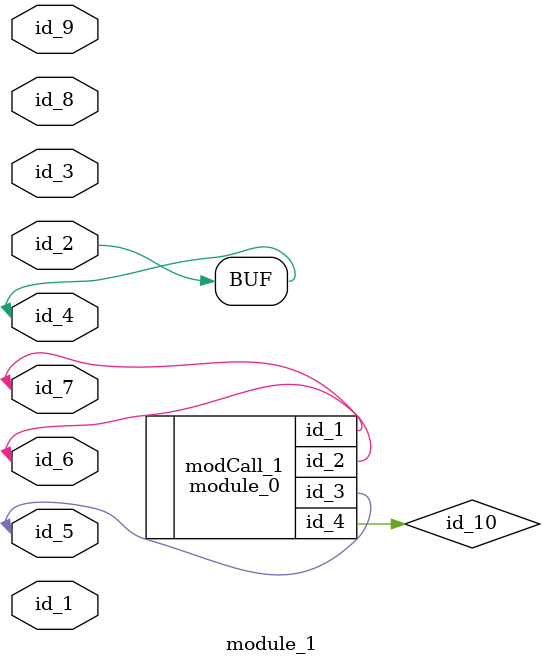
<source format=v>
module module_0 (
    id_1,
    id_2,
    id_3,
    id_4
);
  output wire id_4;
  inout wire id_3;
  inout wire id_2;
  output wire id_1;
  assign id_2 = 1;
  wire id_5;
  wire id_6;
endmodule
module module_1 (
    id_1,
    id_2,
    id_3,
    id_4,
    id_5,
    id_6,
    id_7,
    id_8,
    id_9
);
  input wire id_9;
  input wire id_8;
  inout wire id_7;
  inout wire id_6;
  inout wire id_5;
  inout wire id_4;
  inout wire id_3;
  input wire id_2;
  inout wire id_1;
  wire id_10;
  module_0 modCall_1 (
      id_7,
      id_6,
      id_5,
      id_10
  );
  assign id_4 = id_2;
endmodule

</source>
